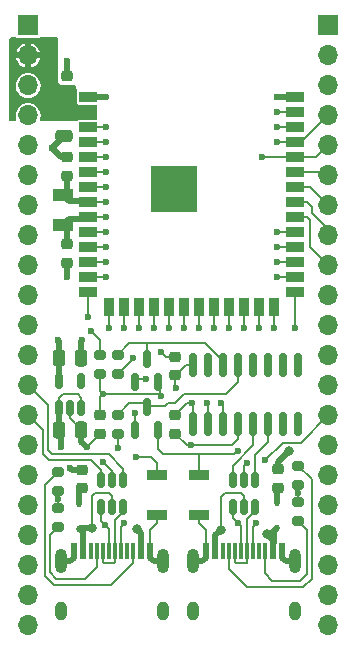
<source format=gbr>
%TF.GenerationSoftware,KiCad,Pcbnew,(6.0.10)*%
%TF.CreationDate,2023-01-22T23:50:17+10:00*%
%TF.ProjectId,ESP32-S3-Breakout,45535033-322d-4533-932d-427265616b6f,rev?*%
%TF.SameCoordinates,Original*%
%TF.FileFunction,Copper,L1,Top*%
%TF.FilePolarity,Positive*%
%FSLAX46Y46*%
G04 Gerber Fmt 4.6, Leading zero omitted, Abs format (unit mm)*
G04 Created by KiCad (PCBNEW (6.0.10)) date 2023-01-22 23:50:17*
%MOMM*%
%LPD*%
G01*
G04 APERTURE LIST*
G04 Aperture macros list*
%AMRoundRect*
0 Rectangle with rounded corners*
0 $1 Rounding radius*
0 $2 $3 $4 $5 $6 $7 $8 $9 X,Y pos of 4 corners*
0 Add a 4 corners polygon primitive as box body*
4,1,4,$2,$3,$4,$5,$6,$7,$8,$9,$2,$3,0*
0 Add four circle primitives for the rounded corners*
1,1,$1+$1,$2,$3*
1,1,$1+$1,$4,$5*
1,1,$1+$1,$6,$7*
1,1,$1+$1,$8,$9*
0 Add four rect primitives between the rounded corners*
20,1,$1+$1,$2,$3,$4,$5,0*
20,1,$1+$1,$4,$5,$6,$7,0*
20,1,$1+$1,$6,$7,$8,$9,0*
20,1,$1+$1,$8,$9,$2,$3,0*%
G04 Aperture macros list end*
%TA.AperFunction,SMDPad,CuDef*%
%ADD10RoundRect,0.150000X-0.150000X0.512500X-0.150000X-0.512500X0.150000X-0.512500X0.150000X0.512500X0*%
%TD*%
%TA.AperFunction,SMDPad,CuDef*%
%ADD11RoundRect,0.150000X0.150000X-0.512500X0.150000X0.512500X-0.150000X0.512500X-0.150000X-0.512500X0*%
%TD*%
%TA.AperFunction,SMDPad,CuDef*%
%ADD12R,0.450000X0.600000*%
%TD*%
%TA.AperFunction,SMDPad,CuDef*%
%ADD13RoundRect,0.225000X-0.250000X0.225000X-0.250000X-0.225000X0.250000X-0.225000X0.250000X0.225000X0*%
%TD*%
%TA.AperFunction,SMDPad,CuDef*%
%ADD14RoundRect,0.225000X0.250000X-0.225000X0.250000X0.225000X-0.250000X0.225000X-0.250000X-0.225000X0*%
%TD*%
%TA.AperFunction,SMDPad,CuDef*%
%ADD15RoundRect,0.150000X0.150000X-0.825000X0.150000X0.825000X-0.150000X0.825000X-0.150000X-0.825000X0*%
%TD*%
%TA.AperFunction,SMDPad,CuDef*%
%ADD16RoundRect,0.200000X-0.275000X0.200000X-0.275000X-0.200000X0.275000X-0.200000X0.275000X0.200000X0*%
%TD*%
%TA.AperFunction,SMDPad,CuDef*%
%ADD17R,0.600000X1.450000*%
%TD*%
%TA.AperFunction,SMDPad,CuDef*%
%ADD18R,0.300000X1.450000*%
%TD*%
%TA.AperFunction,ComponentPad*%
%ADD19O,1.000000X2.100000*%
%TD*%
%TA.AperFunction,ComponentPad*%
%ADD20O,1.000000X1.600000*%
%TD*%
%TA.AperFunction,SMDPad,CuDef*%
%ADD21RoundRect,0.200000X0.275000X-0.200000X0.275000X0.200000X-0.275000X0.200000X-0.275000X-0.200000X0*%
%TD*%
%TA.AperFunction,SMDPad,CuDef*%
%ADD22R,1.500000X0.900000*%
%TD*%
%TA.AperFunction,SMDPad,CuDef*%
%ADD23R,0.900000X1.500000*%
%TD*%
%TA.AperFunction,ComponentPad*%
%ADD24C,0.500000*%
%TD*%
%TA.AperFunction,SMDPad,CuDef*%
%ADD25R,3.900000X3.900000*%
%TD*%
%TA.AperFunction,SMDPad,CuDef*%
%ADD26R,1.800000X1.000000*%
%TD*%
%TA.AperFunction,SMDPad,CuDef*%
%ADD27R,1.700000X0.900000*%
%TD*%
%TA.AperFunction,SMDPad,CuDef*%
%ADD28RoundRect,0.250000X-0.475000X0.250000X-0.475000X-0.250000X0.475000X-0.250000X0.475000X0.250000X0*%
%TD*%
%TA.AperFunction,SMDPad,CuDef*%
%ADD29RoundRect,0.218750X0.256250X-0.218750X0.256250X0.218750X-0.256250X0.218750X-0.256250X-0.218750X0*%
%TD*%
%TA.AperFunction,SMDPad,CuDef*%
%ADD30RoundRect,0.150000X0.150000X-0.587500X0.150000X0.587500X-0.150000X0.587500X-0.150000X-0.587500X0*%
%TD*%
%TA.AperFunction,SMDPad,CuDef*%
%ADD31RoundRect,0.250000X-0.250000X-0.475000X0.250000X-0.475000X0.250000X0.475000X-0.250000X0.475000X0*%
%TD*%
%TA.AperFunction,ComponentPad*%
%ADD32R,1.700000X1.700000*%
%TD*%
%TA.AperFunction,ComponentPad*%
%ADD33O,1.700000X1.700000*%
%TD*%
%TA.AperFunction,ViaPad*%
%ADD34C,0.600000*%
%TD*%
%TA.AperFunction,ViaPad*%
%ADD35C,0.800000*%
%TD*%
%TA.AperFunction,Conductor*%
%ADD36C,0.203200*%
%TD*%
%TA.AperFunction,Conductor*%
%ADD37C,0.508000*%
%TD*%
G04 APERTURE END LIST*
D10*
%TO.P,U1,1,I/O1*%
%TO.N,/IO19*%
X84262000Y-114686500D03*
%TO.P,U1,2,GND*%
%TO.N,GND*%
X83312000Y-114686500D03*
%TO.P,U1,3,I/O2*%
%TO.N,/IO20*%
X82362000Y-114686500D03*
%TO.P,U1,4,I/O2*%
%TO.N,/USB_D+*%
X82362000Y-116961500D03*
%TO.P,U1,5,VBUS*%
%TO.N,/VBUS2*%
X83312000Y-116961500D03*
%TO.P,U1,6,I/O1*%
%TO.N,/USB_D-*%
X84262000Y-116961500D03*
%TD*%
D11*
%TO.P,U5,1,VIN*%
%TO.N,+5V*%
X78806000Y-108579500D03*
%TO.P,U5,2,GND*%
%TO.N,GND*%
X79756000Y-108579500D03*
%TO.P,U5,3,CE*%
%TO.N,+5V*%
X80706000Y-108579500D03*
%TO.P,U5,4,NC*%
%TO.N,unconnected-(U5-Pad4)*%
X80706000Y-106304500D03*
%TO.P,U5,5,VOUT*%
%TO.N,+3V3*%
X78806000Y-106304500D03*
%TD*%
D12*
%TO.P,D1,1,K*%
%TO.N,Net-(D1-Pad1)*%
X97250000Y-116650000D03*
%TO.P,D1,2,A*%
%TO.N,/VBUS1*%
X97250000Y-118750000D03*
%TD*%
D10*
%TO.P,U2,1,I/O1*%
%TO.N,/UART_D-*%
X95438000Y-114686500D03*
%TO.P,U2,2,GND*%
%TO.N,GND*%
X94488000Y-114686500D03*
%TO.P,U2,3,I/O2*%
%TO.N,/UART_D+*%
X93538000Y-114686500D03*
%TO.P,U2,4,I/O2*%
%TO.N,/USB_UART_D+*%
X93538000Y-116961500D03*
%TO.P,U2,5,VBUS*%
%TO.N,/VBUS1*%
X94488000Y-116961500D03*
%TO.P,U2,6,I/O1*%
%TO.N,/USB_UART_D-*%
X95438000Y-116961500D03*
%TD*%
D13*
%TO.P,C5,1*%
%TO.N,/EN*%
X82296000Y-109207000D03*
%TO.P,C5,2*%
%TO.N,GND*%
X82296000Y-110757000D03*
%TD*%
%TO.P,C4,1*%
%TO.N,/IO16*%
X79502000Y-94729000D03*
%TO.P,C4,2*%
%TO.N,GND*%
X79502000Y-96279000D03*
%TD*%
D14*
%TO.P,C3,1*%
%TO.N,+3V3*%
X79502000Y-82055000D03*
%TO.P,C3,2*%
%TO.N,GND*%
X79502000Y-80505000D03*
%TD*%
D12*
%TO.P,D2,1,K*%
%TO.N,Net-(D2-Pad1)*%
X80550000Y-116700000D03*
%TO.P,D2,2,A*%
%TO.N,/VBUS2*%
X80550000Y-118800000D03*
%TD*%
D15*
%TO.P,U4,1,GND*%
%TO.N,GND*%
X90170000Y-109917000D03*
%TO.P,U4,2,TXD*%
%TO.N,/RXD0*%
X91440000Y-109917000D03*
%TO.P,U4,3,RXD*%
%TO.N,/TXD0*%
X92710000Y-109917000D03*
%TO.P,U4,4,V3*%
%TO.N,+3V3*%
X93980000Y-109917000D03*
%TO.P,U4,5,UD+*%
%TO.N,/UART_D+*%
X95250000Y-109917000D03*
%TO.P,U4,6,UD-*%
%TO.N,/UART_D-*%
X96520000Y-109917000D03*
%TO.P,U4,7,NC*%
%TO.N,unconnected-(U4-Pad7)*%
X97790000Y-109917000D03*
%TO.P,U4,8,NC*%
%TO.N,unconnected-(U4-Pad8)*%
X99060000Y-109917000D03*
%TO.P,U4,9,~{CTS}*%
%TO.N,unconnected-(U4-Pad9)*%
X99060000Y-104967000D03*
%TO.P,U4,10,~{DSR}*%
%TO.N,unconnected-(U4-Pad10)*%
X97790000Y-104967000D03*
%TO.P,U4,11,~{RI}*%
%TO.N,unconnected-(U4-Pad11)*%
X96520000Y-104967000D03*
%TO.P,U4,12,~{DCD}*%
%TO.N,unconnected-(U4-Pad12)*%
X95250000Y-104967000D03*
%TO.P,U4,13,~{DTR}*%
%TO.N,/DTR*%
X93980000Y-104967000D03*
%TO.P,U4,14,~{RTS}*%
%TO.N,/RTS*%
X92710000Y-104967000D03*
%TO.P,U4,15,R232*%
%TO.N,unconnected-(U4-Pad15)*%
X91440000Y-104967000D03*
%TO.P,U4,16,VCC*%
%TO.N,+3V3*%
X90170000Y-104967000D03*
%TD*%
D16*
%TO.P,R7,1*%
%TO.N,/RTS*%
X83820000Y-104077000D03*
%TO.P,R7,2*%
%TO.N,Net-(Q2-Pad1)*%
X83820000Y-105727000D03*
%TD*%
D17*
%TO.P,J1,A1,GND*%
%TO.N,GND*%
X91238000Y-120669000D03*
%TO.P,J1,A4,VBUS*%
%TO.N,/VBUS1*%
X92038000Y-120669000D03*
D18*
%TO.P,J1,A5,CC1*%
%TO.N,/CC1_1*%
X93238000Y-120669000D03*
%TO.P,J1,A6,D+*%
%TO.N,/USB_UART_D+*%
X94238000Y-120669000D03*
%TO.P,J1,A7,D-*%
%TO.N,/USB_UART_D-*%
X94738000Y-120669000D03*
%TO.P,J1,A8,SBU1*%
%TO.N,unconnected-(J1-PadA8)*%
X95738000Y-120669000D03*
D17*
%TO.P,J1,A9,VBUS*%
%TO.N,/VBUS1*%
X96938000Y-120669000D03*
%TO.P,J1,A12,GND*%
%TO.N,GND*%
X97738000Y-120669000D03*
%TO.P,J1,B1,GND*%
X97738000Y-120669000D03*
%TO.P,J1,B4,VBUS*%
%TO.N,/VBUS1*%
X96938000Y-120669000D03*
D18*
%TO.P,J1,B5,CC2*%
%TO.N,/CC2_1*%
X96238000Y-120669000D03*
%TO.P,J1,B6,D+*%
%TO.N,/USB_UART_D+*%
X95238000Y-120669000D03*
%TO.P,J1,B7,D-*%
%TO.N,/USB_UART_D-*%
X93738000Y-120669000D03*
%TO.P,J1,B8,SBU2*%
%TO.N,unconnected-(J1-PadB8)*%
X92738000Y-120669000D03*
D17*
%TO.P,J1,B9,VBUS*%
%TO.N,/VBUS1*%
X92038000Y-120669000D03*
%TO.P,J1,B12,GND*%
%TO.N,GND*%
X91238000Y-120669000D03*
D19*
%TO.P,J1,S1,SHIELD*%
X98808000Y-121584000D03*
D20*
X90168000Y-125764000D03*
D19*
X90168000Y-121584000D03*
D20*
X98808000Y-125764000D03*
%TD*%
D21*
%TO.P,R3,1*%
%TO.N,/CC1_2*%
X78740000Y-118681000D03*
%TO.P,R3,2*%
%TO.N,GND*%
X78740000Y-117031000D03*
%TD*%
D22*
%TO.P,U3,1,GND*%
%TO.N,GND*%
X81293000Y-82296000D03*
%TO.P,U3,2,3V3*%
%TO.N,+3V3*%
X81293000Y-83566000D03*
%TO.P,U3,3,EN*%
%TO.N,/EN*%
X81293000Y-84836000D03*
%TO.P,U3,4,IO4*%
%TO.N,/IO4*%
X81293000Y-86106000D03*
%TO.P,U3,5,IO5*%
%TO.N,/IO5*%
X81293000Y-87376000D03*
%TO.P,U3,6,IO6*%
%TO.N,/IO6*%
X81293000Y-88646000D03*
%TO.P,U3,7,IO7*%
%TO.N,/IO7*%
X81293000Y-89916000D03*
%TO.P,U3,8,IO15*%
%TO.N,/IO15*%
X81293000Y-91186000D03*
%TO.P,U3,9,IO16*%
%TO.N,/IO16*%
X81293000Y-92456000D03*
%TO.P,U3,10,IO17*%
%TO.N,/IO17*%
X81293000Y-93726000D03*
%TO.P,U3,11,IO18*%
%TO.N,/IO18*%
X81293000Y-94996000D03*
%TO.P,U3,12,IO8*%
%TO.N,/IO8*%
X81293000Y-96266000D03*
%TO.P,U3,13,IO19*%
%TO.N,/IO19*%
X81293000Y-97536000D03*
%TO.P,U3,14,IO20*%
%TO.N,/IO20*%
X81293000Y-98806000D03*
D23*
%TO.P,U3,15,IO3*%
%TO.N,/IO3*%
X83058000Y-100056000D03*
%TO.P,U3,16,IO46*%
%TO.N,/IO46*%
X84328000Y-100056000D03*
%TO.P,U3,17,IO9*%
%TO.N,/IO9*%
X85598000Y-100056000D03*
%TO.P,U3,18,IO10*%
%TO.N,/IO10*%
X86868000Y-100056000D03*
%TO.P,U3,19,IO11*%
%TO.N,/IO11*%
X88138000Y-100056000D03*
%TO.P,U3,20,IO12*%
%TO.N,/IO12*%
X89408000Y-100056000D03*
%TO.P,U3,21,IO13*%
%TO.N,/IO13*%
X90678000Y-100056000D03*
%TO.P,U3,22,IO14*%
%TO.N,/IO14*%
X91948000Y-100056000D03*
%TO.P,U3,23,IO21*%
%TO.N,/IO21*%
X93218000Y-100056000D03*
%TO.P,U3,24,IO47*%
%TO.N,/IO47*%
X94488000Y-100056000D03*
%TO.P,U3,25,IO48*%
%TO.N,/IO48*%
X95758000Y-100056000D03*
%TO.P,U3,26,IO45*%
%TO.N,/IO45*%
X97028000Y-100056000D03*
D22*
%TO.P,U3,27,IO0*%
%TO.N,/IO0*%
X98793000Y-98806000D03*
%TO.P,U3,28,IO35*%
%TO.N,/IO35*%
X98793000Y-97536000D03*
%TO.P,U3,29,IO36*%
%TO.N,/IO36*%
X98793000Y-96266000D03*
%TO.P,U3,30,IO37*%
%TO.N,/IO37*%
X98793000Y-94996000D03*
%TO.P,U3,31,IO38*%
%TO.N,/IO38*%
X98793000Y-93726000D03*
%TO.P,U3,32,IO39*%
%TO.N,/IO39*%
X98793000Y-92456000D03*
%TO.P,U3,33,IO40*%
%TO.N,/IO40*%
X98793000Y-91186000D03*
%TO.P,U3,34,IO41*%
%TO.N,/IO41*%
X98793000Y-89916000D03*
%TO.P,U3,35,IO42*%
%TO.N,/IO42*%
X98793000Y-88646000D03*
%TO.P,U3,36,RXD0*%
%TO.N,/RXD0*%
X98793000Y-87376000D03*
%TO.P,U3,37,TXD0*%
%TO.N,/TXD0*%
X98793000Y-86106000D03*
%TO.P,U3,38,IO2*%
%TO.N,/IO2*%
X98793000Y-84836000D03*
%TO.P,U3,39,IO1*%
%TO.N,/IO1*%
X98793000Y-83566000D03*
%TO.P,U3,40,GND*%
%TO.N,GND*%
X98793000Y-82296000D03*
D24*
%TO.P,U3,41,EPAD*%
X87143000Y-90716000D03*
X88543000Y-89316000D03*
X89243000Y-90016000D03*
X87143000Y-89316000D03*
X88543000Y-90716000D03*
D25*
X88543000Y-90016000D03*
D24*
X89243000Y-88616000D03*
X89243000Y-91416000D03*
X87843000Y-91416000D03*
X89943000Y-90716000D03*
X87843000Y-88616000D03*
X87843000Y-90016000D03*
X89943000Y-89316000D03*
%TD*%
D26*
%TO.P,Y1,1,1*%
%TO.N,/IO16*%
X79134000Y-93071000D03*
%TO.P,Y1,2,2*%
%TO.N,/IO15*%
X79134000Y-90571000D03*
%TD*%
D16*
%TO.P,R4,1*%
%TO.N,/CC2_2*%
X78740000Y-113983000D03*
%TO.P,R4,2*%
%TO.N,GND*%
X78740000Y-115633000D03*
%TD*%
D27*
%TO.P,SW2,1,1*%
%TO.N,/EN*%
X87122000Y-114251000D03*
%TO.P,SW2,2,2*%
%TO.N,GND*%
X87122000Y-117651000D03*
%TD*%
D28*
%TO.P,C1,1*%
%TO.N,+3V3*%
X79248000Y-83632000D03*
%TO.P,C1,2*%
%TO.N,GND*%
X79248000Y-85532000D03*
%TD*%
D27*
%TO.P,SW1,1,1*%
%TO.N,/IO0*%
X90678000Y-114251000D03*
%TO.P,SW1,2,2*%
%TO.N,GND*%
X90678000Y-117651000D03*
%TD*%
D29*
%TO.P,FB1,1*%
%TO.N,Net-(D1-Pad1)*%
X97400000Y-115337500D03*
%TO.P,FB1,2*%
%TO.N,+5V*%
X97400000Y-113762500D03*
%TD*%
D16*
%TO.P,R1,1*%
%TO.N,/CC1_1*%
X99060000Y-113475000D03*
%TO.P,R1,2*%
%TO.N,GND*%
X99060000Y-115125000D03*
%TD*%
%TO.P,R6,1*%
%TO.N,/DTR*%
X83820000Y-109157000D03*
%TO.P,R6,2*%
%TO.N,Net-(Q1-Pad1)*%
X83820000Y-110807000D03*
%TD*%
D14*
%TO.P,C7,1*%
%TO.N,+3V3*%
X88646000Y-105804000D03*
%TO.P,C7,2*%
%TO.N,GND*%
X88646000Y-104254000D03*
%TD*%
%TO.P,C6,1*%
%TO.N,+3V3*%
X88646000Y-110757000D03*
%TO.P,C6,2*%
%TO.N,GND*%
X88646000Y-109207000D03*
%TD*%
D30*
%TO.P,Q1,1,B*%
%TO.N,Net-(Q1-Pad1)*%
X85283000Y-106347500D03*
%TO.P,Q1,2,C*%
%TO.N,/EN*%
X87183000Y-106347500D03*
%TO.P,Q1,3,E*%
%TO.N,/RTS*%
X86233000Y-104472500D03*
%TD*%
%TO.P,Q2,1,B*%
%TO.N,Net-(Q2-Pad1)*%
X85283000Y-110411500D03*
%TO.P,Q2,2,C*%
%TO.N,/IO0*%
X87183000Y-110411500D03*
%TO.P,Q2,3,E*%
%TO.N,/DTR*%
X86233000Y-108536500D03*
%TD*%
D13*
%TO.P,C2,1*%
%TO.N,GND*%
X79502000Y-87363000D03*
%TO.P,C2,2*%
%TO.N,/IO15*%
X79502000Y-88913000D03*
%TD*%
D21*
%TO.P,R2,1*%
%TO.N,/CC2_1*%
X99060000Y-118173000D03*
%TO.P,R2,2*%
%TO.N,GND*%
X99060000Y-116523000D03*
%TD*%
D31*
%TO.P,C9,1*%
%TO.N,+3V3*%
X78806000Y-104394000D03*
%TO.P,C9,2*%
%TO.N,GND*%
X80706000Y-104394000D03*
%TD*%
%TO.P,C8,1*%
%TO.N,+5V*%
X78806000Y-110490000D03*
%TO.P,C8,2*%
%TO.N,GND*%
X80706000Y-110490000D03*
%TD*%
D16*
%TO.P,R5,1*%
%TO.N,+3V3*%
X82296000Y-104077000D03*
%TO.P,R5,2*%
%TO.N,/EN*%
X82296000Y-105727000D03*
%TD*%
D29*
%TO.P,FB2,1*%
%TO.N,Net-(D2-Pad1)*%
X80750000Y-115387500D03*
%TO.P,FB2,2*%
%TO.N,+5V*%
X80750000Y-113812500D03*
%TD*%
D17*
%TO.P,J2,A1,GND*%
%TO.N,GND*%
X80062000Y-120669000D03*
%TO.P,J2,A4,VBUS*%
%TO.N,/VBUS2*%
X80862000Y-120669000D03*
D18*
%TO.P,J2,A5,CC1*%
%TO.N,/CC1_2*%
X82062000Y-120669000D03*
%TO.P,J2,A6,D+*%
%TO.N,/USB_D+*%
X83062000Y-120669000D03*
%TO.P,J2,A7,D-*%
%TO.N,/USB_D-*%
X83562000Y-120669000D03*
%TO.P,J2,A8,SBU1*%
%TO.N,unconnected-(J2-PadA8)*%
X84562000Y-120669000D03*
D17*
%TO.P,J2,A9,VBUS*%
%TO.N,/VBUS2*%
X85762000Y-120669000D03*
%TO.P,J2,A12,GND*%
%TO.N,GND*%
X86562000Y-120669000D03*
%TO.P,J2,B1,GND*%
X86562000Y-120669000D03*
%TO.P,J2,B4,VBUS*%
%TO.N,/VBUS2*%
X85762000Y-120669000D03*
D18*
%TO.P,J2,B5,CC2*%
%TO.N,/CC2_2*%
X85062000Y-120669000D03*
%TO.P,J2,B6,D+*%
%TO.N,/USB_D+*%
X84062000Y-120669000D03*
%TO.P,J2,B7,D-*%
%TO.N,/USB_D-*%
X82562000Y-120669000D03*
%TO.P,J2,B8,SBU2*%
%TO.N,unconnected-(J2-PadB8)*%
X81562000Y-120669000D03*
D17*
%TO.P,J2,B9,VBUS*%
%TO.N,/VBUS2*%
X80862000Y-120669000D03*
%TO.P,J2,B12,GND*%
%TO.N,GND*%
X80062000Y-120669000D03*
D19*
%TO.P,J2,S1,SHIELD*%
X78992000Y-121584000D03*
D20*
X87632000Y-125764000D03*
X78992000Y-125764000D03*
D19*
X87632000Y-121584000D03*
%TD*%
D32*
%TO.P,J3,1,Pin_1*%
%TO.N,GND*%
X76200000Y-76200000D03*
D33*
%TO.P,J3,2,Pin_2*%
%TO.N,+3V3*%
X76200000Y-78740000D03*
%TO.P,J3,3,Pin_3*%
%TO.N,/EN*%
X76200000Y-81280000D03*
%TO.P,J3,4,Pin_4*%
%TO.N,/IO4*%
X76200000Y-83820000D03*
%TO.P,J3,5,Pin_5*%
%TO.N,/IO5*%
X76200000Y-86360000D03*
%TO.P,J3,6,Pin_6*%
%TO.N,/IO6*%
X76200000Y-88900000D03*
%TO.P,J3,7,Pin_7*%
%TO.N,/IO7*%
X76200000Y-91440000D03*
%TO.P,J3,8,Pin_8*%
%TO.N,/IO15*%
X76200000Y-93980000D03*
%TO.P,J3,9,Pin_9*%
%TO.N,/IO16*%
X76200000Y-96520000D03*
%TO.P,J3,10,Pin_10*%
%TO.N,/IO17*%
X76200000Y-99060000D03*
%TO.P,J3,11,Pin_11*%
%TO.N,/IO18*%
X76200000Y-101600000D03*
%TO.P,J3,12,Pin_12*%
%TO.N,/IO8*%
X76200000Y-104140000D03*
%TO.P,J3,13,Pin_13*%
%TO.N,/IO19*%
X76200000Y-106680000D03*
%TO.P,J3,14,Pin_14*%
%TO.N,/IO20*%
X76200000Y-109220000D03*
%TO.P,J3,15,Pin_15*%
%TO.N,/IO3*%
X76200000Y-111760000D03*
%TO.P,J3,16,Pin_16*%
%TO.N,/IO46*%
X76200000Y-114300000D03*
%TO.P,J3,17,Pin_17*%
%TO.N,/IO9*%
X76200000Y-116840000D03*
%TO.P,J3,18,Pin_18*%
%TO.N,/IO10*%
X76200000Y-119380000D03*
%TO.P,J3,19,Pin_19*%
%TO.N,/IO11*%
X76200000Y-121920000D03*
%TO.P,J3,20,Pin_20*%
%TO.N,/IO12*%
X76200000Y-124460000D03*
%TO.P,J3,21,Pin_21*%
%TO.N,+5V*%
X76200000Y-127000000D03*
%TD*%
D32*
%TO.P,J4,1,Pin_1*%
%TO.N,GND*%
X101600000Y-76200000D03*
D33*
%TO.P,J4,2,Pin_2*%
%TO.N,/IO1*%
X101600000Y-78740000D03*
%TO.P,J4,3,Pin_3*%
%TO.N,/IO2*%
X101600000Y-81280000D03*
%TO.P,J4,4,Pin_4*%
%TO.N,/TXD0*%
X101600000Y-83820000D03*
%TO.P,J4,5,Pin_5*%
%TO.N,/RXD0*%
X101600000Y-86360000D03*
%TO.P,J4,6,Pin_6*%
%TO.N,/IO42*%
X101600000Y-88900000D03*
%TO.P,J4,7,Pin_7*%
%TO.N,/IO41*%
X101600000Y-91440000D03*
%TO.P,J4,8,Pin_8*%
%TO.N,/IO40*%
X101600000Y-93980000D03*
%TO.P,J4,9,Pin_9*%
%TO.N,/IO39*%
X101600000Y-96520000D03*
%TO.P,J4,10,Pin_10*%
%TO.N,/IO38*%
X101600000Y-99060000D03*
%TO.P,J4,11,Pin_11*%
%TO.N,/IO37*%
X101600000Y-101600000D03*
%TO.P,J4,12,Pin_12*%
%TO.N,/IO36*%
X101600000Y-104140000D03*
%TO.P,J4,13,Pin_13*%
%TO.N,/IO35*%
X101600000Y-106680000D03*
%TO.P,J4,14,Pin_14*%
%TO.N,/IO0*%
X101600000Y-109220000D03*
%TO.P,J4,15,Pin_15*%
%TO.N,/IO45*%
X101600000Y-111760000D03*
%TO.P,J4,16,Pin_16*%
%TO.N,/IO48*%
X101600000Y-114300000D03*
%TO.P,J4,17,Pin_17*%
%TO.N,/IO47*%
X101600000Y-116840000D03*
%TO.P,J4,18,Pin_18*%
%TO.N,/IO21*%
X101600000Y-119380000D03*
%TO.P,J4,19,Pin_19*%
%TO.N,/IO14*%
X101600000Y-121920000D03*
%TO.P,J4,20,Pin_20*%
%TO.N,/IO13*%
X101600000Y-124460000D03*
%TO.P,J4,21,Pin_21*%
%TO.N,+5V*%
X101600000Y-127000000D03*
%TD*%
D34*
%TO.N,+3V3*%
X81534000Y-102108000D03*
X88739100Y-106934000D03*
X90009100Y-111760000D03*
X78740000Y-102870000D03*
%TO.N,GND*%
X90076900Y-108204000D03*
X79502000Y-79248000D03*
X94742000Y-113284000D03*
X79502000Y-97536000D03*
X78740000Y-116332000D03*
X99060000Y-115824000D03*
X80772000Y-102870000D03*
X87469100Y-103886000D03*
X82550000Y-113123100D03*
X78232000Y-86614000D03*
X82804000Y-82296000D03*
X81153000Y-111887000D03*
X97282000Y-82296000D03*
%TO.N,/IO15*%
X82804000Y-91186000D03*
%TO.N,/IO16*%
X82804000Y-92456000D03*
%TO.N,/EN*%
X87469100Y-107602900D03*
X82550000Y-107391200D03*
X82804000Y-84836000D03*
X85344000Y-112776000D03*
D35*
%TO.N,+5V*%
X98300000Y-112251100D03*
D34*
X79756000Y-113631100D03*
X78994000Y-111920900D03*
%TO.N,/USB_UART_D+*%
X95504000Y-118364000D03*
X93980000Y-118364000D03*
%TO.N,/IO20*%
X81293000Y-100851000D03*
%TO.N,/IO19*%
X82804000Y-97536000D03*
%TO.N,Net-(Q1-Pad1)*%
X83820000Y-112014000D03*
X86199100Y-106157179D03*
%TO.N,Net-(Q2-Pad1)*%
X85090000Y-104394000D03*
X85283000Y-109027000D03*
%TO.N,/IO0*%
X93935958Y-112223958D03*
X98806000Y-101854000D03*
X96266000Y-113030000D03*
%TO.N,/IO4*%
X82804000Y-86106000D03*
%TO.N,/IO5*%
X82804000Y-87376000D03*
%TO.N,/IO6*%
X82804000Y-88646000D03*
%TO.N,/IO7*%
X82804000Y-89916000D03*
%TO.N,/IO17*%
X82804000Y-93726000D03*
%TO.N,/IO18*%
X82804000Y-94996000D03*
%TO.N,/IO8*%
X82804000Y-96266000D03*
%TO.N,/IO3*%
X83058000Y-101854000D03*
%TO.N,/IO46*%
X84328000Y-101854000D03*
%TO.N,/IO9*%
X85598000Y-101854000D03*
%TO.N,/IO10*%
X86868000Y-101854000D03*
%TO.N,/IO11*%
X88138000Y-101854000D03*
%TO.N,/IO12*%
X89408000Y-101854000D03*
%TO.N,/IO13*%
X90678000Y-101854000D03*
%TO.N,/IO14*%
X91948000Y-101854000D03*
%TO.N,/IO21*%
X93218000Y-101854000D03*
%TO.N,/IO47*%
X94488000Y-101854000D03*
%TO.N,/IO48*%
X95758000Y-101854000D03*
%TO.N,/IO45*%
X97028000Y-101854000D03*
%TO.N,/IO35*%
X97282000Y-97536000D03*
%TO.N,/IO36*%
X97282000Y-96266000D03*
%TO.N,/IO37*%
X97282000Y-94996000D03*
%TO.N,/IO38*%
X97282000Y-93726000D03*
%TO.N,/RXD0*%
X96012000Y-87376000D03*
X91346900Y-108204000D03*
%TO.N,/TXD0*%
X92549100Y-108204000D03*
X97282000Y-86106000D03*
%TO.N,/IO2*%
X97282000Y-84836000D03*
%TO.N,/IO1*%
X97282000Y-83566000D03*
%TO.N,/USB_D+*%
X82677000Y-118491000D03*
X84328000Y-118364000D03*
D35*
%TO.N,/VBUS1*%
X96450000Y-119250000D03*
X92500000Y-118900000D03*
%TO.N,/VBUS2*%
X85450000Y-118850000D03*
X81600000Y-118750000D03*
%TD*%
D36*
%TO.N,+3V3*%
X88646000Y-105804000D02*
X88760000Y-105804000D01*
X89649000Y-111760000D02*
X88646000Y-110757000D01*
X88760000Y-105804000D02*
X89597000Y-104967000D01*
D37*
X78806000Y-106304500D02*
X78806000Y-104394000D01*
D36*
X88646000Y-106840900D02*
X88739100Y-106934000D01*
D37*
X78806000Y-102936000D02*
X78740000Y-102870000D01*
D36*
X82296000Y-102870000D02*
X82296000Y-104077000D01*
D37*
X78806000Y-104394000D02*
X78806000Y-102936000D01*
D36*
X93472000Y-111760000D02*
X90009100Y-111760000D01*
X81534000Y-102108000D02*
X82296000Y-102870000D01*
X89597000Y-104967000D02*
X90170000Y-104967000D01*
X93980000Y-109917000D02*
X93980000Y-111252000D01*
X93980000Y-111252000D02*
X93472000Y-111760000D01*
X90009100Y-111760000D02*
X89649000Y-111760000D01*
X88646000Y-105804000D02*
X88646000Y-106840900D01*
%TO.N,GND*%
X87122000Y-118364000D02*
X86562000Y-118924000D01*
D37*
X80706000Y-111440000D02*
X80706000Y-110490000D01*
X98020385Y-121584000D02*
X98808000Y-121584000D01*
D36*
X90170000Y-108297100D02*
X90076900Y-108204000D01*
D37*
X86562000Y-121301615D02*
X86844385Y-121584000D01*
D36*
X87837100Y-104254000D02*
X87469100Y-103886000D01*
D37*
X97738000Y-120669000D02*
X97738000Y-121301615D01*
D36*
X88646000Y-109207000D02*
X88659000Y-109207000D01*
D37*
X81153000Y-111887000D02*
X80706000Y-111440000D01*
D36*
X79756000Y-109474000D02*
X80706000Y-110424000D01*
D37*
X97738000Y-121301615D02*
X98020385Y-121584000D01*
D36*
X91238000Y-118924000D02*
X91238000Y-120669000D01*
D37*
X80062000Y-121301615D02*
X79779615Y-121584000D01*
X79502000Y-87363000D02*
X78981000Y-87363000D01*
D36*
X94488000Y-113538000D02*
X94742000Y-113284000D01*
X99060000Y-115824000D02*
X99060000Y-115125000D01*
X83312000Y-113885100D02*
X83312000Y-114686500D01*
X80706000Y-110424000D02*
X80706000Y-110490000D01*
D37*
X80706000Y-104394000D02*
X80706000Y-102936000D01*
D36*
X88646000Y-104254000D02*
X87837100Y-104254000D01*
X82283000Y-110757000D02*
X82296000Y-110757000D01*
D37*
X80706000Y-102936000D02*
X80772000Y-102870000D01*
D36*
X81153000Y-111887000D02*
X82283000Y-110757000D01*
D37*
X78981000Y-87363000D02*
X78232000Y-86614000D01*
X90955615Y-121584000D02*
X90168000Y-121584000D01*
X98793000Y-82296000D02*
X97282000Y-82296000D01*
D36*
X82550000Y-113123100D02*
X83312000Y-113885100D01*
X86562000Y-118924000D02*
X86562000Y-120669000D01*
D37*
X80062000Y-120669000D02*
X80062000Y-121301615D01*
D36*
X99060000Y-116523000D02*
X99060000Y-115125000D01*
D37*
X86562000Y-120669000D02*
X86562000Y-121301615D01*
X79248000Y-85532000D02*
X79248000Y-85598000D01*
D36*
X88659000Y-109207000D02*
X89662000Y-108204000D01*
D37*
X81293000Y-82296000D02*
X82804000Y-82296000D01*
D36*
X90678000Y-117651000D02*
X90678000Y-118364000D01*
D37*
X79779615Y-121584000D02*
X78992000Y-121584000D01*
D36*
X94488000Y-114686500D02*
X94488000Y-113538000D01*
X90170000Y-109917000D02*
X90170000Y-108297100D01*
D37*
X86844385Y-121584000D02*
X87632000Y-121584000D01*
X91238000Y-121301615D02*
X90955615Y-121584000D01*
D36*
X79756000Y-108579500D02*
X79756000Y-109474000D01*
D37*
X79248000Y-85598000D02*
X78232000Y-86614000D01*
X91238000Y-120669000D02*
X91238000Y-121301615D01*
X79502000Y-80505000D02*
X79502000Y-79248000D01*
D36*
X89662000Y-108204000D02*
X90076900Y-108204000D01*
X87122000Y-117651000D02*
X87122000Y-118364000D01*
X90678000Y-118364000D02*
X91238000Y-118924000D01*
D37*
X79502000Y-96279000D02*
X79502000Y-97536000D01*
D36*
X78740000Y-117031000D02*
X78740000Y-115633000D01*
X78740000Y-116332000D02*
X78740000Y-115633000D01*
D37*
%TO.N,/IO15*%
X79622000Y-91059000D02*
X79134000Y-90571000D01*
X81166000Y-91059000D02*
X79622000Y-91059000D01*
X79502000Y-90203000D02*
X79134000Y-90571000D01*
X81293000Y-91186000D02*
X81166000Y-91059000D01*
X79502000Y-88913000D02*
X79502000Y-90203000D01*
D36*
X81293000Y-91186000D02*
X82804000Y-91186000D01*
D37*
%TO.N,/IO16*%
X81166000Y-92583000D02*
X79622000Y-92583000D01*
X79502000Y-93439000D02*
X79134000Y-93071000D01*
D36*
X81293000Y-92456000D02*
X82804000Y-92456000D01*
D37*
X79622000Y-92583000D02*
X79134000Y-93071000D01*
X81293000Y-92456000D02*
X81166000Y-92583000D01*
X79502000Y-94729000D02*
X79502000Y-93439000D01*
D36*
%TO.N,/EN*%
X87376000Y-106540500D02*
X87183000Y-106347500D01*
X87257400Y-107391200D02*
X82550000Y-107391200D01*
X86614000Y-112776000D02*
X85344000Y-112776000D01*
X87376000Y-107509800D02*
X87376000Y-106540500D01*
X81293000Y-84836000D02*
X82804000Y-84836000D01*
X82550000Y-107391200D02*
X82296000Y-107645200D01*
X87469100Y-107602900D02*
X87257400Y-107391200D01*
X87122000Y-114251000D02*
X87122000Y-113284000D01*
X82550000Y-107391200D02*
X82296000Y-107137200D01*
X87122000Y-113284000D02*
X86614000Y-112776000D01*
X87469100Y-107602900D02*
X87376000Y-107509800D01*
X82296000Y-107137200D02*
X82296000Y-105727000D01*
X82296000Y-107645200D02*
X82296000Y-109207000D01*
%TO.N,+5V*%
X80391000Y-107442000D02*
X79121000Y-107442000D01*
D37*
X79937400Y-113812500D02*
X79756000Y-113631100D01*
D36*
X80706000Y-108579500D02*
X80706000Y-107757000D01*
X78806000Y-107757000D02*
X78806000Y-108579500D01*
D37*
X78994000Y-110678000D02*
X78806000Y-110490000D01*
X78994000Y-111920900D02*
X78994000Y-110678000D01*
X78806000Y-110490000D02*
X78806000Y-108579500D01*
X97400000Y-113762500D02*
X97400000Y-113151100D01*
X97400000Y-113151100D02*
X98300000Y-112251100D01*
X80750000Y-113812500D02*
X79937400Y-113812500D01*
D36*
X80706000Y-107757000D02*
X80391000Y-107442000D01*
X79121000Y-107442000D02*
X78806000Y-107757000D01*
%TO.N,/USB_UART_D+*%
X95238000Y-120669000D02*
X95238000Y-118630000D01*
X93980000Y-118364000D02*
X93538000Y-117922000D01*
X93538000Y-117922000D02*
X93538000Y-116961500D01*
X94238000Y-118622000D02*
X94238000Y-120669000D01*
X95238000Y-118630000D02*
X95504000Y-118364000D01*
X93980000Y-118364000D02*
X94238000Y-118622000D01*
%TO.N,/USB_UART_D-*%
X95438000Y-117312659D02*
X95438000Y-116961500D01*
X94738000Y-121670000D02*
X94738000Y-120669000D01*
X94738000Y-118012659D02*
X95438000Y-117312659D01*
X94738000Y-120669000D02*
X94738000Y-118012659D01*
X93738000Y-121647200D02*
X93786400Y-121695600D01*
X94712400Y-121695600D02*
X94738000Y-121670000D01*
X93738000Y-120669000D02*
X93738000Y-121647200D01*
X93786400Y-121695600D02*
X94712400Y-121695600D01*
%TO.N,/IO20*%
X77470000Y-110490000D02*
X76200000Y-109220000D01*
X82362000Y-114686500D02*
X82362000Y-113858000D01*
X77470000Y-112522000D02*
X77470000Y-110490000D01*
X81293000Y-100851000D02*
X81293000Y-98806000D01*
X77948000Y-113000000D02*
X77470000Y-112522000D01*
X81504000Y-113000000D02*
X77948000Y-113000000D01*
X82362000Y-113858000D02*
X81504000Y-113000000D01*
%TO.N,/IO19*%
X81293000Y-97536000D02*
X82804000Y-97536000D01*
X77873200Y-108353200D02*
X76200000Y-106680000D01*
X84262000Y-113726000D02*
X83058000Y-112522000D01*
X83058000Y-112522000D02*
X78232000Y-112522000D01*
X77873200Y-112163200D02*
X77873200Y-108353200D01*
X78232000Y-112522000D02*
X77873200Y-112163200D01*
X84262000Y-114686500D02*
X84262000Y-113726000D01*
%TO.N,Net-(Q1-Pad1)*%
X86199100Y-106157179D02*
X85473321Y-106157179D01*
X85473321Y-106157179D02*
X85283000Y-106347500D01*
X83820000Y-110807000D02*
X83820000Y-112014000D01*
%TO.N,/RTS*%
X86233000Y-103124000D02*
X91210659Y-103124000D01*
X84773000Y-103124000D02*
X83820000Y-104077000D01*
X92710000Y-104967000D02*
X92710000Y-104623341D01*
X86233000Y-103124000D02*
X84773000Y-103124000D01*
X92710000Y-104623341D02*
X91210659Y-103124000D01*
X86233000Y-104472500D02*
X86233000Y-103124000D01*
%TO.N,Net-(Q2-Pad1)*%
X85283000Y-109027000D02*
X85283000Y-110411500D01*
X85090000Y-104457000D02*
X83820000Y-105727000D01*
X85090000Y-104394000D02*
X85090000Y-104457000D01*
%TO.N,/IO0*%
X99270000Y-111550000D02*
X101600000Y-109220000D01*
X97746000Y-111550000D02*
X99270000Y-111550000D01*
X87183000Y-112075000D02*
X87630000Y-112522000D01*
X87630000Y-112522000D02*
X90678000Y-112522000D01*
X93637916Y-112522000D02*
X93935958Y-112223958D01*
X90678000Y-112522000D02*
X93637916Y-112522000D01*
X87183000Y-110411500D02*
X87183000Y-112075000D01*
X96266000Y-113030000D02*
X97746000Y-111550000D01*
X98793000Y-101841000D02*
X98806000Y-101854000D01*
X98793000Y-98806000D02*
X98793000Y-101841000D01*
X90678000Y-112522000D02*
X90678000Y-114251000D01*
%TO.N,/DTR*%
X86233000Y-108204000D02*
X84773000Y-108204000D01*
X88646000Y-108204000D02*
X88030937Y-108204000D01*
X87776937Y-108458000D02*
X86487000Y-108458000D01*
X93980000Y-106426000D02*
X92964000Y-107442000D01*
X88030937Y-108204000D02*
X87776937Y-108458000D01*
X84773000Y-108204000D02*
X83820000Y-109157000D01*
X86233000Y-108536500D02*
X86233000Y-108204000D01*
X93980000Y-104967000D02*
X93980000Y-106426000D01*
X86487000Y-108458000D02*
X86233000Y-108204000D01*
X89408000Y-107442000D02*
X88646000Y-108204000D01*
X92964000Y-107442000D02*
X89408000Y-107442000D01*
%TO.N,/IO4*%
X81293000Y-86106000D02*
X82804000Y-86106000D01*
%TO.N,/IO5*%
X81293000Y-87376000D02*
X82804000Y-87376000D01*
%TO.N,/IO6*%
X81293000Y-88646000D02*
X82804000Y-88646000D01*
%TO.N,/IO7*%
X81293000Y-89916000D02*
X82804000Y-89916000D01*
%TO.N,/IO17*%
X81293000Y-93726000D02*
X82804000Y-93726000D01*
%TO.N,/IO18*%
X81293000Y-94996000D02*
X82804000Y-94996000D01*
%TO.N,/IO8*%
X81293000Y-96266000D02*
X82804000Y-96266000D01*
%TO.N,/IO3*%
X83058000Y-100056000D02*
X83058000Y-101854000D01*
%TO.N,/IO46*%
X84328000Y-100056000D02*
X84328000Y-101854000D01*
%TO.N,/IO9*%
X85598000Y-100056000D02*
X85598000Y-101854000D01*
%TO.N,/IO10*%
X86868000Y-100056000D02*
X86868000Y-101854000D01*
%TO.N,/IO11*%
X88138000Y-100056000D02*
X88138000Y-101854000D01*
%TO.N,/IO12*%
X89408000Y-100056000D02*
X89408000Y-101854000D01*
%TO.N,/IO13*%
X90678000Y-100056000D02*
X90678000Y-101854000D01*
%TO.N,/IO14*%
X91948000Y-100056000D02*
X91948000Y-101854000D01*
%TO.N,/IO21*%
X93218000Y-100056000D02*
X93218000Y-101854000D01*
%TO.N,/IO47*%
X94488000Y-100056000D02*
X94488000Y-101854000D01*
%TO.N,/IO48*%
X95758000Y-100056000D02*
X95758000Y-101854000D01*
%TO.N,/IO45*%
X97028000Y-100056000D02*
X97028000Y-101854000D01*
%TO.N,/IO35*%
X98793000Y-97536000D02*
X97282000Y-97536000D01*
%TO.N,/IO36*%
X98793000Y-96266000D02*
X97282000Y-96266000D01*
%TO.N,/IO37*%
X98793000Y-94996000D02*
X97282000Y-94996000D01*
%TO.N,/IO38*%
X98793000Y-93726000D02*
X97282000Y-93726000D01*
%TO.N,/IO39*%
X98793000Y-92456000D02*
X99822000Y-92456000D01*
X100076000Y-94996000D02*
X101600000Y-96520000D01*
X100076000Y-92710000D02*
X100076000Y-94996000D01*
X99822000Y-92456000D02*
X100076000Y-92710000D01*
%TO.N,/IO40*%
X101600000Y-93472000D02*
X101600000Y-93980000D01*
X100203000Y-92075000D02*
X101600000Y-93472000D01*
X100203000Y-91567000D02*
X100203000Y-92075000D01*
X98793000Y-91186000D02*
X99822000Y-91186000D01*
X99822000Y-91186000D02*
X100203000Y-91567000D01*
%TO.N,/IO41*%
X98793000Y-89916000D02*
X100076000Y-89916000D01*
X100076000Y-89916000D02*
X101600000Y-91440000D01*
%TO.N,/IO42*%
X98793000Y-88646000D02*
X101346000Y-88646000D01*
X101346000Y-88646000D02*
X101600000Y-88900000D01*
%TO.N,/RXD0*%
X91440000Y-109917000D02*
X91440000Y-108297100D01*
X98793000Y-87376000D02*
X96012000Y-87376000D01*
X91440000Y-108297100D02*
X91346900Y-108204000D01*
X98793000Y-87376000D02*
X100584000Y-87376000D01*
X100584000Y-87376000D02*
X101600000Y-86360000D01*
%TO.N,/TXD0*%
X92710000Y-108364900D02*
X92549100Y-108204000D01*
X98793000Y-86106000D02*
X99314000Y-86106000D01*
X99314000Y-86106000D02*
X101600000Y-83820000D01*
X97282000Y-86106000D02*
X98793000Y-86106000D01*
X92710000Y-109917000D02*
X92710000Y-108364900D01*
%TO.N,/IO2*%
X98793000Y-84836000D02*
X97282000Y-84836000D01*
%TO.N,/IO1*%
X98793000Y-83566000D02*
X97282000Y-83566000D01*
%TO.N,/USB_D-*%
X83513600Y-121695600D02*
X83562000Y-121647200D01*
X82562000Y-120669000D02*
X82562000Y-121647200D01*
X84262000Y-117414000D02*
X84262000Y-116961500D01*
X83562000Y-118114000D02*
X84262000Y-117414000D01*
X82562000Y-121647200D02*
X82610400Y-121695600D01*
X83562000Y-120669000D02*
X83562000Y-118114000D01*
X83562000Y-121647200D02*
X83562000Y-120669000D01*
X82610400Y-121695600D02*
X83513600Y-121695600D01*
%TO.N,/USB_D+*%
X84062000Y-118630000D02*
X84328000Y-118364000D01*
X82362000Y-117920000D02*
X82362000Y-118176000D01*
X82362000Y-118176000D02*
X82677000Y-118491000D01*
X84062000Y-120669000D02*
X84062000Y-118630000D01*
X83062000Y-118876000D02*
X83062000Y-120669000D01*
X82362000Y-117920000D02*
X82362000Y-116961500D01*
X82677000Y-118491000D02*
X83062000Y-118876000D01*
%TO.N,/UART_D-*%
X95438000Y-112588000D02*
X96520000Y-111506000D01*
X95438000Y-114686500D02*
X95438000Y-112588000D01*
X96520000Y-111506000D02*
X96520000Y-109917000D01*
%TO.N,/UART_D+*%
X93538000Y-114686500D02*
X93538000Y-113472000D01*
X95250000Y-111760000D02*
X95250000Y-109917000D01*
X93538000Y-113472000D02*
X95250000Y-111760000D01*
D37*
%TO.N,Net-(D1-Pad1)*%
X97250000Y-116650000D02*
X97250000Y-115487500D01*
X97250000Y-115487500D02*
X97400000Y-115337500D01*
%TO.N,Net-(D2-Pad1)*%
X80550000Y-116700000D02*
X80550000Y-115587500D01*
X80550000Y-115587500D02*
X80750000Y-115387500D01*
%TO.N,/VBUS1*%
X97250000Y-118750000D02*
X96984000Y-119016000D01*
X96750000Y-119250000D02*
X97250000Y-118750000D01*
X96450000Y-119250000D02*
X96938000Y-119738000D01*
X96450000Y-119250000D02*
X96750000Y-119250000D01*
D36*
X92500000Y-116150000D02*
X92500000Y-118900000D01*
D37*
X96938000Y-119738000D02*
X96938000Y-120669000D01*
X96984000Y-119016000D02*
X96984000Y-120050000D01*
D36*
X94488000Y-116038000D02*
X94250000Y-115800000D01*
D37*
X92038000Y-120669000D02*
X92038000Y-119362000D01*
D36*
X94488000Y-116961500D02*
X94488000Y-116038000D01*
X94250000Y-115800000D02*
X92850000Y-115800000D01*
D37*
X92038000Y-119362000D02*
X92500000Y-118900000D01*
D36*
X92850000Y-115800000D02*
X92500000Y-116150000D01*
%TO.N,/VBUS2*%
X83312000Y-116062000D02*
X83050000Y-115800000D01*
D37*
X85762000Y-119162000D02*
X85450000Y-118850000D01*
X80600000Y-118750000D02*
X80550000Y-118800000D01*
X81600000Y-118750000D02*
X80600000Y-118750000D01*
D36*
X81600000Y-116050000D02*
X81600000Y-118750000D01*
D37*
X80862000Y-119112000D02*
X80550000Y-118800000D01*
X85762000Y-120669000D02*
X85762000Y-119162000D01*
D36*
X83050000Y-115800000D02*
X81850000Y-115800000D01*
X81850000Y-115800000D02*
X81600000Y-116050000D01*
X83312000Y-116961500D02*
X83312000Y-116062000D01*
D37*
X80862000Y-120669000D02*
X80862000Y-119112000D01*
D36*
%TO.N,/CC1_1*%
X99060000Y-113475000D02*
X100200000Y-114615000D01*
X100200000Y-123050000D02*
X99500000Y-123750000D01*
X93238000Y-122238000D02*
X93238000Y-120669000D01*
X100200000Y-114615000D02*
X100200000Y-123050000D01*
X99500000Y-123750000D02*
X94750000Y-123750000D01*
X94750000Y-123750000D02*
X93238000Y-122238000D01*
%TO.N,/CC2_1*%
X99796800Y-118909800D02*
X99796800Y-122603200D01*
X96238000Y-122588000D02*
X96238000Y-120669000D01*
X99060000Y-118173000D02*
X99796800Y-118909800D01*
X96850000Y-123200000D02*
X96238000Y-122588000D01*
X99796800Y-122603200D02*
X99200000Y-123200000D01*
X99200000Y-123200000D02*
X96850000Y-123200000D01*
%TO.N,/CC1_2*%
X81050000Y-123050000D02*
X82062000Y-122038000D01*
X82062000Y-122038000D02*
X82062000Y-120669000D01*
X78050000Y-119371000D02*
X78050000Y-122500000D01*
X78740000Y-118681000D02*
X78050000Y-119371000D01*
X78600000Y-123050000D02*
X81050000Y-123050000D01*
X78050000Y-122500000D02*
X78600000Y-123050000D01*
%TO.N,/CC2_2*%
X78388000Y-123600000D02*
X77600000Y-122812000D01*
X77600000Y-115123000D02*
X78740000Y-113983000D01*
X83200000Y-123600000D02*
X78388000Y-123600000D01*
X85062000Y-120669000D02*
X85062000Y-121738000D01*
X85062000Y-121738000D02*
X83200000Y-123600000D01*
X77600000Y-122812000D02*
X77600000Y-115123000D01*
%TD*%
%TA.AperFunction,Conductor*%
%TO.N,+3V3*%
G36*
X75254440Y-77230235D02*
G01*
X75254654Y-77229718D01*
X75259901Y-77231891D01*
X75262517Y-77232685D01*
X75271769Y-77238867D01*
X75281332Y-77240769D01*
X75281334Y-77240770D01*
X75304005Y-77245279D01*
X75330252Y-77250500D01*
X77069748Y-77250500D01*
X77095995Y-77245279D01*
X77118666Y-77240770D01*
X77118668Y-77240769D01*
X77128231Y-77238867D01*
X77137483Y-77232685D01*
X77140099Y-77231891D01*
X77145346Y-77229718D01*
X77145560Y-77230235D01*
X77192485Y-77216000D01*
X78641000Y-77216000D01*
X78699191Y-77234907D01*
X78735155Y-77284407D01*
X78740000Y-77315000D01*
X78740000Y-81026000D01*
X78994000Y-81280000D01*
X80165000Y-81280000D01*
X80223191Y-81298907D01*
X80259155Y-81348407D01*
X80264000Y-81379000D01*
X80264000Y-81534000D01*
X80272244Y-81534000D01*
X80278232Y-81538351D01*
X80314196Y-81587852D01*
X80317694Y-81602168D01*
X80346350Y-81774099D01*
X80345794Y-81809691D01*
X80342500Y-81826252D01*
X80342500Y-82765748D01*
X80354133Y-82824231D01*
X80398448Y-82890552D01*
X80464769Y-82934867D01*
X80474332Y-82936769D01*
X80474334Y-82936770D01*
X80497005Y-82941279D01*
X80523252Y-82946500D01*
X81943000Y-82946500D01*
X82001191Y-82965407D01*
X82037155Y-83014907D01*
X82042000Y-83045500D01*
X82042000Y-84086500D01*
X82023093Y-84144691D01*
X81973593Y-84180655D01*
X81943000Y-84185500D01*
X80523252Y-84185500D01*
X80497005Y-84190721D01*
X80474334Y-84195230D01*
X80474332Y-84195231D01*
X80464769Y-84197133D01*
X80398448Y-84241448D01*
X80393029Y-84249558D01*
X80370014Y-84284002D01*
X80321964Y-84321881D01*
X80287699Y-84328000D01*
X77275425Y-84328000D01*
X77217234Y-84309093D01*
X77181270Y-84259593D01*
X77181486Y-84197751D01*
X77227824Y-84058454D01*
X77227824Y-84058452D01*
X77229351Y-84053863D01*
X77255171Y-83849474D01*
X77255583Y-83820000D01*
X77235480Y-83614970D01*
X77175935Y-83417749D01*
X77079218Y-83235849D01*
X76949011Y-83076200D01*
X76874921Y-83014907D01*
X76794002Y-82947965D01*
X76794000Y-82947964D01*
X76790275Y-82944882D01*
X76609055Y-82846897D01*
X76535833Y-82824231D01*
X76416875Y-82787407D01*
X76416871Y-82787406D01*
X76412254Y-82785977D01*
X76407446Y-82785472D01*
X76407443Y-82785471D01*
X76212185Y-82764949D01*
X76212183Y-82764949D01*
X76207369Y-82764443D01*
X76147354Y-82769905D01*
X76007022Y-82782675D01*
X76007017Y-82782676D01*
X76002203Y-82783114D01*
X75804572Y-82841280D01*
X75800288Y-82843519D01*
X75800287Y-82843520D01*
X75789428Y-82849197D01*
X75622002Y-82936726D01*
X75618231Y-82939758D01*
X75465220Y-83062781D01*
X75465217Y-83062783D01*
X75461447Y-83065815D01*
X75458333Y-83069526D01*
X75458332Y-83069527D01*
X75449585Y-83079952D01*
X75329024Y-83223630D01*
X75326689Y-83227878D01*
X75326688Y-83227879D01*
X75319955Y-83240126D01*
X75229776Y-83404162D01*
X75167484Y-83600532D01*
X75166944Y-83605344D01*
X75166944Y-83605345D01*
X75165865Y-83614970D01*
X75144520Y-83805262D01*
X75161759Y-84010553D01*
X75163092Y-84015201D01*
X75163092Y-84015202D01*
X75216573Y-84201712D01*
X75214438Y-84262860D01*
X75176768Y-84311075D01*
X75121408Y-84328000D01*
X74721500Y-84328000D01*
X74663309Y-84309093D01*
X74627345Y-84259593D01*
X74622500Y-84229000D01*
X74622500Y-81265262D01*
X75144520Y-81265262D01*
X75161759Y-81470553D01*
X75218544Y-81668586D01*
X75312712Y-81851818D01*
X75440677Y-82013270D01*
X75444357Y-82016402D01*
X75444359Y-82016404D01*
X75505302Y-82068270D01*
X75597564Y-82146791D01*
X75601787Y-82149151D01*
X75601791Y-82149154D01*
X75641342Y-82171258D01*
X75777398Y-82247297D01*
X75781996Y-82248791D01*
X75968724Y-82309463D01*
X75968726Y-82309464D01*
X75973329Y-82310959D01*
X76177894Y-82335351D01*
X76182716Y-82334980D01*
X76182719Y-82334980D01*
X76250541Y-82329761D01*
X76383300Y-82319546D01*
X76581725Y-82264145D01*
X76586038Y-82261966D01*
X76586044Y-82261964D01*
X76761289Y-82173441D01*
X76761291Y-82173440D01*
X76765610Y-82171258D01*
X76800943Y-82143653D01*
X76924135Y-82047406D01*
X76924139Y-82047402D01*
X76927951Y-82044424D01*
X77062564Y-81888472D01*
X77064957Y-81884260D01*
X77161934Y-81713550D01*
X77161935Y-81713547D01*
X77164323Y-81709344D01*
X77177882Y-81668586D01*
X77227824Y-81518454D01*
X77227824Y-81518452D01*
X77229351Y-81513863D01*
X77255171Y-81309474D01*
X77255583Y-81280000D01*
X77235480Y-81074970D01*
X77175935Y-80877749D01*
X77079218Y-80695849D01*
X76949011Y-80536200D01*
X76790275Y-80404882D01*
X76609055Y-80306897D01*
X76545855Y-80287333D01*
X76416875Y-80247407D01*
X76416871Y-80247406D01*
X76412254Y-80245977D01*
X76407446Y-80245472D01*
X76407443Y-80245471D01*
X76212185Y-80224949D01*
X76212183Y-80224949D01*
X76207369Y-80224443D01*
X76147354Y-80229905D01*
X76007022Y-80242675D01*
X76007017Y-80242676D01*
X76002203Y-80243114D01*
X75804572Y-80301280D01*
X75800288Y-80303519D01*
X75800287Y-80303520D01*
X75789428Y-80309197D01*
X75622002Y-80396726D01*
X75618231Y-80399758D01*
X75465220Y-80522781D01*
X75465217Y-80522783D01*
X75461447Y-80525815D01*
X75458333Y-80529526D01*
X75458332Y-80529527D01*
X75449585Y-80539952D01*
X75329024Y-80683630D01*
X75326689Y-80687878D01*
X75326688Y-80687879D01*
X75319955Y-80700126D01*
X75229776Y-80864162D01*
X75167484Y-81060532D01*
X75166944Y-81065344D01*
X75166944Y-81065345D01*
X75156832Y-81155500D01*
X75144520Y-81265262D01*
X74622500Y-81265262D01*
X74622500Y-79008222D01*
X75184549Y-79008222D01*
X75217674Y-79123743D01*
X75221225Y-79132711D01*
X75310919Y-79307236D01*
X75316142Y-79315341D01*
X75438037Y-79469134D01*
X75444720Y-79476055D01*
X75594164Y-79603241D01*
X75602078Y-79608742D01*
X75773373Y-79704475D01*
X75782201Y-79708332D01*
X75931088Y-79756708D01*
X75942479Y-79756708D01*
X75946000Y-79745871D01*
X75946000Y-79743608D01*
X76454000Y-79743608D01*
X76457747Y-79755141D01*
X76468079Y-79755357D01*
X76576882Y-79724978D01*
X76585862Y-79721496D01*
X76761020Y-79633017D01*
X76769155Y-79627854D01*
X76923787Y-79507042D01*
X76930771Y-79500391D01*
X77058990Y-79351848D01*
X77064546Y-79343973D01*
X77161471Y-79173353D01*
X77165392Y-79164546D01*
X77217176Y-79008879D01*
X77217255Y-78997612D01*
X77206268Y-78994000D01*
X76469680Y-78994000D01*
X76456995Y-78998122D01*
X76454000Y-79002243D01*
X76454000Y-79743608D01*
X75946000Y-79743608D01*
X75946000Y-79009680D01*
X75941878Y-78996995D01*
X75937757Y-78994000D01*
X75196151Y-78994000D01*
X75184733Y-78997710D01*
X75184549Y-79008222D01*
X74622500Y-79008222D01*
X74622500Y-78471053D01*
X75183703Y-78471053D01*
X75183784Y-78482570D01*
X75194466Y-78486000D01*
X75930320Y-78486000D01*
X75943005Y-78481878D01*
X75946000Y-78477757D01*
X75946000Y-78470320D01*
X76454000Y-78470320D01*
X76458122Y-78483005D01*
X76462243Y-78486000D01*
X77204493Y-78486000D01*
X77215681Y-78482365D01*
X77215794Y-78471497D01*
X77176869Y-78342572D01*
X77173199Y-78333668D01*
X77081072Y-78160401D01*
X77075740Y-78152376D01*
X76951716Y-78000307D01*
X76944922Y-77993466D01*
X76793721Y-77868381D01*
X76785738Y-77862997D01*
X76613114Y-77769660D01*
X76604243Y-77765931D01*
X76468977Y-77724059D01*
X76457340Y-77724222D01*
X76454000Y-77734750D01*
X76454000Y-78470320D01*
X75946000Y-78470320D01*
X75946000Y-77735857D01*
X75942327Y-77724553D01*
X75931638Y-77724404D01*
X75809407Y-77760378D01*
X75800466Y-77763991D01*
X75626573Y-77854899D01*
X75618497Y-77860184D01*
X75465571Y-77983140D01*
X75458687Y-77989881D01*
X75332551Y-78140205D01*
X75327104Y-78148159D01*
X75232573Y-78320111D01*
X75228773Y-78328976D01*
X75183703Y-78471053D01*
X74622500Y-78471053D01*
X74622500Y-77315000D01*
X74641407Y-77256809D01*
X74690907Y-77220845D01*
X74721500Y-77216000D01*
X75207515Y-77216000D01*
X75254440Y-77230235D01*
G37*
%TD.AperFunction*%
%TD*%
M02*

</source>
